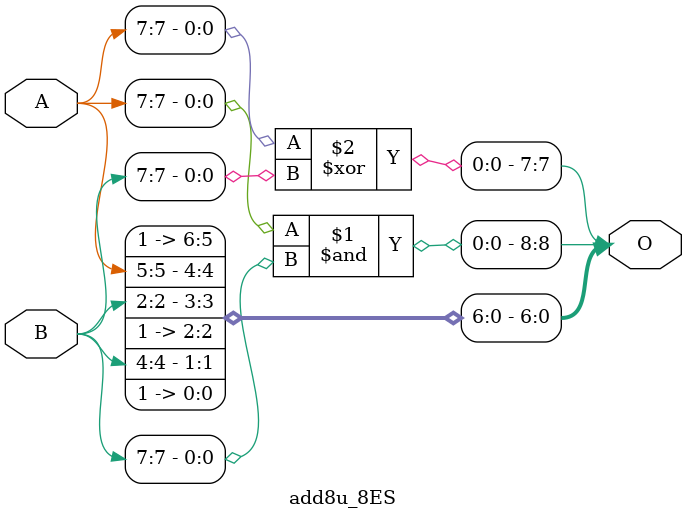
<source format=v>

/***
* This code is a part of EvoApproxLib library (ehw.fit.vutbr.cz/approxlib) distributed under The MIT License.
* When used, please cite the following article(s): V. Mrazek, L. Sekanina, Z. Vasicek "Libraries of Approximate Circuits: Automated Design and Application in CNN Accelerators" IEEE Journal on Emerging and Selected Topics in Circuits and Systems, Vol 10, No 4, 2020 
* This file contains a circuit from a sub-set of pareto optimal circuits with respect to the pwr and mae parameters
***/
// MAE% = 8.28 %
// MAE = 42 
// WCE% = 25.59 %
// WCE = 131 
// WCRE% = 10000.00 %
// EP% = 99.24 %
// MRE% = 25.01 %
// MSE = 2692 
// PDK45_PWR = 0.0015 mW
// PDK45_AREA = 8.0 um2
// PDK45_DELAY = 0.11 ns


module add8u_8ES(A, B, O);
  input [7:0] A, B;
  output [8:0] O;
  assign O[6] = 1'b1;
  assign O[1] = B[4];
  assign O[8] = A[7] & B[7];
  assign O[5] = 1'b1;
  assign O[0] = 1'b1;
  assign O[7] = A[7] ^ B[7];
  assign O[2] = O[0];
  assign O[3] = B[2];
  assign O[4] = A[5];
endmodule


</source>
